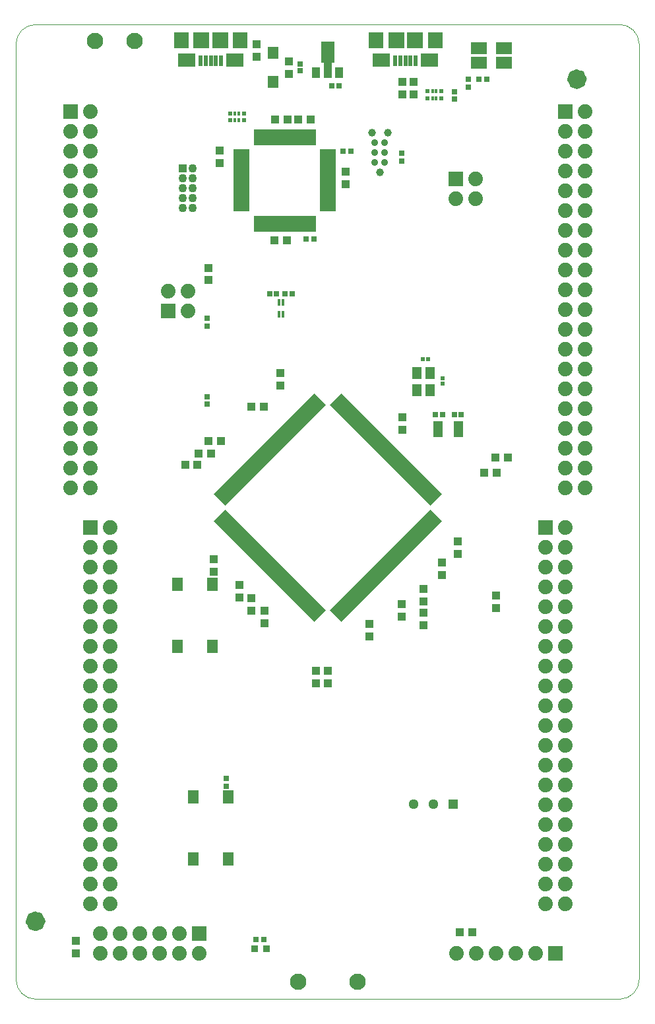
<source format=gts>
G04*
G04 #@! TF.GenerationSoftware,Altium Limited,Altium Designer,20.0.9 (164)*
G04*
G04 Layer_Color=8388736*
%FSLAX24Y24*%
%MOIN*%
G70*
G01*
G75*
%ADD15C,0.0039*%
%ADD48C,0.0500*%
G04:AMPARAMS|DCode=49|XSize=82.7mil|YSize=716.5mil|CornerRadius=0mil|HoleSize=0mil|Usage=FLASHONLY|Rotation=135.000|XOffset=0mil|YOffset=0mil|HoleType=Round|Shape=Rectangle|*
%AMROTATEDRECTD49*
4,1,4,0.2826,0.2241,-0.2241,-0.2826,-0.2826,-0.2241,0.2241,0.2826,0.2826,0.2241,0.0*
%
%ADD49ROTATEDRECTD49*%

G04:AMPARAMS|DCode=50|XSize=82.7mil|YSize=716.5mil|CornerRadius=0mil|HoleSize=0mil|Usage=FLASHONLY|Rotation=45.000|XOffset=0mil|YOffset=0mil|HoleType=Round|Shape=Rectangle|*
%AMROTATEDRECTD50*
4,1,4,0.2241,-0.2826,-0.2826,0.2241,-0.2241,0.2826,0.2826,-0.2241,0.2241,-0.2826,0.0*
%
%ADD50ROTATEDRECTD50*%

%ADD51R,0.0827X0.3150*%
%ADD52R,0.3150X0.0827*%
%ADD53R,0.0512X0.0591*%
%ADD54C,0.0350*%
%ADD55R,0.0552X0.0650*%
%ADD56R,0.0394X0.0552*%
%ADD57R,0.0709X0.1103*%
%ADD58R,0.0394X0.0788*%
%ADD59R,0.0138X0.0237*%
%ADD60R,0.0247X0.0237*%
%ADD61R,0.0434X0.0394*%
%ADD62R,0.0296X0.0257*%
G04:AMPARAMS|DCode=63|XSize=15.8mil|YSize=74.9mil|CornerRadius=5mil|HoleSize=0mil|Usage=FLASHONLY|Rotation=315.000|XOffset=0mil|YOffset=0mil|HoleType=Round|Shape=RoundedRectangle|*
%AMROUNDEDRECTD63*
21,1,0.0158,0.0650,0,0,315.0*
21,1,0.0059,0.0749,0,0,315.0*
1,1,0.0099,-0.0209,-0.0251*
1,1,0.0099,-0.0251,-0.0209*
1,1,0.0099,0.0209,0.0251*
1,1,0.0099,0.0251,0.0209*
%
%ADD63ROUNDEDRECTD63*%
G04:AMPARAMS|DCode=64|XSize=15.8mil|YSize=74.9mil|CornerRadius=5mil|HoleSize=0mil|Usage=FLASHONLY|Rotation=225.000|XOffset=0mil|YOffset=0mil|HoleType=Round|Shape=RoundedRectangle|*
%AMROUNDEDRECTD64*
21,1,0.0158,0.0650,0,0,225.0*
21,1,0.0059,0.0749,0,0,225.0*
1,1,0.0099,-0.0251,0.0209*
1,1,0.0099,-0.0209,0.0251*
1,1,0.0099,0.0251,-0.0209*
1,1,0.0099,0.0209,-0.0251*
%
%ADD64ROUNDEDRECTD64*%
%ADD65O,0.0158X0.0749*%
%ADD66O,0.0749X0.0158*%
%ADD67R,0.0552X0.0631*%
%ADD68R,0.0788X0.0631*%
%ADD69R,0.0355X0.0355*%
%ADD70R,0.0158X0.0355*%
%ADD71R,0.0749X0.0788*%
%ADD72R,0.0788X0.0788*%
%ADD73R,0.0867X0.0670*%
%ADD74R,0.0197X0.0572*%
%ADD75R,0.0394X0.0434*%
%ADD76R,0.0284X0.0284*%
%ADD77R,0.0205X0.0221*%
%ADD78R,0.0512X0.0827*%
%ADD79R,0.0257X0.0296*%
%ADD80R,0.0284X0.0284*%
%ADD81R,0.0221X0.0205*%
%ADD82C,0.0827*%
%ADD83C,0.0386*%
%ADD84R,0.0740X0.0740*%
%ADD85C,0.0740*%
%ADD86R,0.0740X0.0740*%
%ADD87C,0.0434*%
%ADD88R,0.0434X0.0434*%
%ADD89C,0.0512*%
%ADD90R,0.0512X0.0512*%
D15*
X994Y49213D02*
G03*
X-0Y48213I6J-1000D01*
G01*
X31496Y48218D02*
G03*
X30496Y49213I-1000J-6D01*
G01*
X0Y994D02*
G03*
X1000Y-0I1000J6D01*
G01*
X30502Y0D02*
G03*
X31496Y1000I-6J1000D01*
G01*
X31496D02*
Y48218D01*
X994Y49213D02*
X30496D01*
X0Y994D02*
Y48213D01*
X1004Y0D02*
X30502D01*
D48*
X1234Y3937D02*
G03*
X1234Y3937I-250J0D01*
G01*
X28596Y46457D02*
G03*
X28596Y46457I-250J0D01*
G01*
D49*
X18685Y21866D02*
D03*
X12811Y27740D02*
D03*
D50*
X12811Y21866D02*
D03*
X18685Y27740D02*
D03*
D51*
X11398Y41339D02*
D03*
X15768Y41339D02*
D03*
D52*
X13583Y43524D02*
D03*
Y39154D02*
D03*
D53*
X20256Y31614D02*
D03*
Y30748D02*
D03*
X20925D02*
D03*
Y31614D02*
D03*
D54*
X18636Y42756D02*
D03*
Y42256D02*
D03*
X18136Y43256D02*
D03*
X18636D02*
D03*
X18136Y42756D02*
D03*
Y42256D02*
D03*
D55*
X8957Y7096D02*
D03*
Y10226D02*
D03*
X10728Y7096D02*
D03*
Y10226D02*
D03*
X9941Y20935D02*
D03*
Y17805D02*
D03*
X8169Y20935D02*
D03*
Y17805D02*
D03*
D56*
X16339Y46791D02*
D03*
X15157D02*
D03*
D57*
X15748Y47815D02*
D03*
D58*
Y46909D02*
D03*
D59*
X21043Y45846D02*
D03*
X21240D02*
D03*
X21043Y45492D02*
D03*
X21240D02*
D03*
X11265Y44370D02*
D03*
X11068D02*
D03*
X11265Y44724D02*
D03*
X11068D02*
D03*
D60*
X21491Y45492D02*
D03*
X20792D02*
D03*
Y45846D02*
D03*
X21491D02*
D03*
X11516Y44370D02*
D03*
X10817D02*
D03*
X11516Y44724D02*
D03*
X10817D02*
D03*
D61*
X15157Y15945D02*
D03*
Y16575D02*
D03*
X20108Y46324D02*
D03*
Y45694D02*
D03*
X19518Y46324D02*
D03*
Y45694D02*
D03*
X15748Y15945D02*
D03*
Y16575D02*
D03*
X12165Y47598D02*
D03*
Y48228D02*
D03*
X16654Y41142D02*
D03*
Y41772D02*
D03*
X10276Y42205D02*
D03*
Y42835D02*
D03*
X9724Y36299D02*
D03*
Y36929D02*
D03*
X20591Y19528D02*
D03*
Y18898D02*
D03*
X21535Y22047D02*
D03*
Y21417D02*
D03*
X3031Y2323D02*
D03*
Y2953D02*
D03*
X19528Y28740D02*
D03*
Y29370D02*
D03*
X13346Y31614D02*
D03*
Y30984D02*
D03*
X22323Y22480D02*
D03*
Y23110D02*
D03*
X20591Y20709D02*
D03*
Y20079D02*
D03*
X19488Y19961D02*
D03*
Y19331D02*
D03*
X11299Y20906D02*
D03*
Y20276D02*
D03*
X13780Y46732D02*
D03*
Y47362D02*
D03*
X24252Y20394D02*
D03*
Y19764D02*
D03*
X12559Y19606D02*
D03*
Y18976D02*
D03*
X11890Y20236D02*
D03*
Y19606D02*
D03*
X10000Y22205D02*
D03*
Y21575D02*
D03*
X17874Y18307D02*
D03*
Y18937D02*
D03*
D62*
X22874Y46457D02*
D03*
Y46063D02*
D03*
X19488Y42717D02*
D03*
Y42323D02*
D03*
X9646Y33976D02*
D03*
Y34370D02*
D03*
X10630Y11142D02*
D03*
Y10748D02*
D03*
D63*
X21121Y25304D02*
D03*
X20982Y25443D02*
D03*
X20843Y25583D02*
D03*
X20703Y25722D02*
D03*
X20564Y25861D02*
D03*
X20425Y26000D02*
D03*
X20286Y26139D02*
D03*
X20147Y26279D02*
D03*
X20007Y26418D02*
D03*
X19868Y26557D02*
D03*
X19729Y26696D02*
D03*
X19590Y26835D02*
D03*
X19451Y26975D02*
D03*
X19311Y27114D02*
D03*
X19172Y27253D02*
D03*
X19033Y27392D02*
D03*
X18894Y27531D02*
D03*
X18755Y27671D02*
D03*
X18615Y27810D02*
D03*
X18476Y27949D02*
D03*
X18337Y28088D02*
D03*
X18198Y28227D02*
D03*
X18059Y28367D02*
D03*
X17919Y28506D02*
D03*
X17780Y28645D02*
D03*
X17641Y28784D02*
D03*
X17502Y28923D02*
D03*
X17363Y29062D02*
D03*
X17223Y29202D02*
D03*
X17084Y29341D02*
D03*
X16945Y29480D02*
D03*
X16806Y29619D02*
D03*
X16667Y29758D02*
D03*
X16528Y29898D02*
D03*
X16388Y30037D02*
D03*
X16249Y30176D02*
D03*
X10375Y24302D02*
D03*
X10514Y24163D02*
D03*
X10654Y24024D02*
D03*
X10793Y23884D02*
D03*
X10932Y23745D02*
D03*
X11071Y23606D02*
D03*
X11210Y23467D02*
D03*
X11349Y23328D02*
D03*
X11489Y23188D02*
D03*
X11628Y23049D02*
D03*
X11767Y22910D02*
D03*
X11906Y22771D02*
D03*
X12045Y22632D02*
D03*
X12185Y22493D02*
D03*
X12324Y22353D02*
D03*
X12463Y22214D02*
D03*
X12602Y22075D02*
D03*
X12741Y21936D02*
D03*
X12881Y21797D02*
D03*
X13020Y21657D02*
D03*
X13159Y21518D02*
D03*
X13298Y21379D02*
D03*
X13437Y21240D02*
D03*
X13577Y21101D02*
D03*
X13716Y20961D02*
D03*
X13855Y20822D02*
D03*
X13994Y20683D02*
D03*
X14133Y20544D02*
D03*
X14273Y20405D02*
D03*
X14412Y20265D02*
D03*
X14551Y20126D02*
D03*
X14690Y19987D02*
D03*
X14829Y19848D02*
D03*
X14969Y19709D02*
D03*
X15108Y19569D02*
D03*
X15247Y19430D02*
D03*
D64*
Y30176D02*
D03*
X15108Y30037D02*
D03*
X14969Y29898D02*
D03*
X14829Y29758D02*
D03*
X14690Y29619D02*
D03*
X14551Y29480D02*
D03*
X14412Y29341D02*
D03*
X14273Y29202D02*
D03*
X14133Y29062D02*
D03*
X13994Y28923D02*
D03*
X13855Y28784D02*
D03*
X13716Y28645D02*
D03*
X13577Y28506D02*
D03*
X13437Y28367D02*
D03*
X13298Y28227D02*
D03*
X13159Y28088D02*
D03*
X13020Y27949D02*
D03*
X12881Y27810D02*
D03*
X12741Y27671D02*
D03*
X12602Y27531D02*
D03*
X12463Y27392D02*
D03*
X12324Y27253D02*
D03*
X12185Y27114D02*
D03*
X12045Y26975D02*
D03*
X11906Y26835D02*
D03*
X11767Y26696D02*
D03*
X11628Y26557D02*
D03*
X11489Y26418D02*
D03*
X11349Y26279D02*
D03*
X11210Y26139D02*
D03*
X11071Y26000D02*
D03*
X10932Y25861D02*
D03*
X10793Y25722D02*
D03*
X10654Y25583D02*
D03*
X10514Y25443D02*
D03*
X10375Y25304D02*
D03*
X16249Y19430D02*
D03*
X16388Y19569D02*
D03*
X16528Y19709D02*
D03*
X16667Y19848D02*
D03*
X16806Y19987D02*
D03*
X16945Y20126D02*
D03*
X17084Y20265D02*
D03*
X17223Y20405D02*
D03*
X17363Y20544D02*
D03*
X17502Y20683D02*
D03*
X17641Y20822D02*
D03*
X17780Y20961D02*
D03*
X17919Y21101D02*
D03*
X18059Y21240D02*
D03*
X18198Y21379D02*
D03*
X18337Y21518D02*
D03*
X18476Y21657D02*
D03*
X18615Y21797D02*
D03*
X18755Y21936D02*
D03*
X18894Y22075D02*
D03*
X19033Y22214D02*
D03*
X19172Y22353D02*
D03*
X19311Y22493D02*
D03*
X19451Y22632D02*
D03*
X19590Y22771D02*
D03*
X19729Y22910D02*
D03*
X19868Y23049D02*
D03*
X20007Y23188D02*
D03*
X20147Y23328D02*
D03*
X20286Y23467D02*
D03*
X20425Y23606D02*
D03*
X20564Y23745D02*
D03*
X20703Y23884D02*
D03*
X20843Y24024D02*
D03*
X20982Y24163D02*
D03*
X21121Y24302D02*
D03*
D65*
X15059Y43524D02*
D03*
X14862D02*
D03*
X14665D02*
D03*
X14468D02*
D03*
X14272D02*
D03*
X14075D02*
D03*
X13878D02*
D03*
X13681D02*
D03*
X13484D02*
D03*
X13287D02*
D03*
X13091D02*
D03*
X12894D02*
D03*
X12697D02*
D03*
X12500D02*
D03*
X12303D02*
D03*
X12106D02*
D03*
Y39154D02*
D03*
X12303D02*
D03*
X12500D02*
D03*
X12697D02*
D03*
X12894D02*
D03*
X13091D02*
D03*
X13287D02*
D03*
X13484D02*
D03*
X13681D02*
D03*
X13878D02*
D03*
X14075D02*
D03*
X14272D02*
D03*
X14468D02*
D03*
X14665D02*
D03*
X14862D02*
D03*
X15059D02*
D03*
D66*
X11398Y42815D02*
D03*
Y42618D02*
D03*
Y42421D02*
D03*
Y42224D02*
D03*
Y42028D02*
D03*
Y41831D02*
D03*
Y41634D02*
D03*
Y41437D02*
D03*
Y41240D02*
D03*
Y41043D02*
D03*
Y40846D02*
D03*
Y40650D02*
D03*
Y40453D02*
D03*
Y40256D02*
D03*
Y40059D02*
D03*
Y39862D02*
D03*
X15768D02*
D03*
Y40059D02*
D03*
Y40256D02*
D03*
Y40453D02*
D03*
Y40650D02*
D03*
Y40846D02*
D03*
Y41043D02*
D03*
Y41240D02*
D03*
Y41437D02*
D03*
Y41634D02*
D03*
Y41831D02*
D03*
Y42028D02*
D03*
Y42224D02*
D03*
Y42421D02*
D03*
Y42618D02*
D03*
Y42815D02*
D03*
D67*
X12992Y47795D02*
D03*
Y46299D02*
D03*
D68*
X24646Y47274D02*
D03*
Y48002D02*
D03*
X23386D02*
D03*
Y47274D02*
D03*
D69*
X12657Y2539D02*
D03*
X12067D02*
D03*
D70*
X13278Y34587D02*
D03*
X13494D02*
D03*
X13278Y35177D02*
D03*
X13494D02*
D03*
D71*
X8346Y48425D02*
D03*
X11339D02*
D03*
X21181D02*
D03*
X18189D02*
D03*
D72*
X9370D02*
D03*
X10315D02*
D03*
X20157D02*
D03*
X19213D02*
D03*
D73*
X8622Y47421D02*
D03*
X11063D02*
D03*
X20906D02*
D03*
X18465D02*
D03*
D74*
X9331Y47372D02*
D03*
X9587D02*
D03*
X9843D02*
D03*
X10098D02*
D03*
X10354D02*
D03*
X20197D02*
D03*
X19941D02*
D03*
X19685D02*
D03*
X19429D02*
D03*
X19173D02*
D03*
D75*
X8543Y26969D02*
D03*
X9173D02*
D03*
X13091Y44409D02*
D03*
X13720D02*
D03*
X13071Y38307D02*
D03*
X13701D02*
D03*
X9213Y27559D02*
D03*
X9843D02*
D03*
X9724Y28189D02*
D03*
X10354D02*
D03*
X14902Y44409D02*
D03*
X14272D02*
D03*
X22433Y3372D02*
D03*
X23063D02*
D03*
X24843Y27362D02*
D03*
X24213D02*
D03*
X12520Y29921D02*
D03*
X11890D02*
D03*
X24291Y26575D02*
D03*
X23661D02*
D03*
D76*
X13957Y35630D02*
D03*
X13602D02*
D03*
X21201Y29528D02*
D03*
X21555D02*
D03*
X22500Y29528D02*
D03*
X22146D02*
D03*
X16319Y46102D02*
D03*
X15965D02*
D03*
X12815Y35630D02*
D03*
X13169D02*
D03*
D77*
X21575Y31091D02*
D03*
Y31350D02*
D03*
D78*
X22362Y28780D02*
D03*
X21339D02*
D03*
D79*
X16535Y42815D02*
D03*
X16929D02*
D03*
X15059Y38386D02*
D03*
X14665D02*
D03*
X12520Y3031D02*
D03*
X12126D02*
D03*
X23386Y46457D02*
D03*
X23780D02*
D03*
D80*
X22165Y45453D02*
D03*
Y45807D02*
D03*
X9646Y30059D02*
D03*
Y30413D02*
D03*
X14370Y46870D02*
D03*
Y47224D02*
D03*
D81*
X20559Y32303D02*
D03*
X20819D02*
D03*
D82*
X14248Y872D02*
D03*
X3998Y48372D02*
D03*
X5998D02*
D03*
X17248Y872D02*
D03*
D83*
X18786Y43756D02*
D03*
X17986D02*
D03*
X18386Y41756D02*
D03*
D84*
X27248Y2303D02*
D03*
X9248Y3303D02*
D03*
X7689Y34736D02*
D03*
D85*
X26248Y2303D02*
D03*
X25248D02*
D03*
X24248D02*
D03*
X23248D02*
D03*
X22248D02*
D03*
X8248Y3303D02*
D03*
X7248D02*
D03*
X6248D02*
D03*
X5248D02*
D03*
X4248D02*
D03*
X9248Y2303D02*
D03*
X8248D02*
D03*
X7248D02*
D03*
X6248D02*
D03*
X5248D02*
D03*
X4248D02*
D03*
X2748Y43803D02*
D03*
Y42803D02*
D03*
Y41803D02*
D03*
Y40803D02*
D03*
Y39803D02*
D03*
Y38803D02*
D03*
Y37803D02*
D03*
Y36803D02*
D03*
Y35803D02*
D03*
Y34803D02*
D03*
Y33803D02*
D03*
Y32803D02*
D03*
Y31803D02*
D03*
Y30803D02*
D03*
Y29803D02*
D03*
Y28803D02*
D03*
Y27803D02*
D03*
Y26803D02*
D03*
Y25803D02*
D03*
X3748Y44803D02*
D03*
Y43803D02*
D03*
Y42803D02*
D03*
Y41803D02*
D03*
Y40803D02*
D03*
Y39803D02*
D03*
Y38803D02*
D03*
Y37803D02*
D03*
Y36803D02*
D03*
Y35803D02*
D03*
Y34803D02*
D03*
Y33803D02*
D03*
Y32803D02*
D03*
Y31803D02*
D03*
Y30803D02*
D03*
Y29803D02*
D03*
Y28803D02*
D03*
Y27803D02*
D03*
Y26803D02*
D03*
Y25803D02*
D03*
X8689Y34736D02*
D03*
X7689Y35736D02*
D03*
X8689D02*
D03*
X23217Y40406D02*
D03*
Y41406D02*
D03*
X22217Y40406D02*
D03*
X26748Y22803D02*
D03*
Y21803D02*
D03*
Y20803D02*
D03*
Y19803D02*
D03*
Y18803D02*
D03*
Y17803D02*
D03*
Y16803D02*
D03*
Y15803D02*
D03*
Y14803D02*
D03*
Y13803D02*
D03*
Y12803D02*
D03*
Y11803D02*
D03*
Y10803D02*
D03*
Y9803D02*
D03*
Y8803D02*
D03*
Y7803D02*
D03*
Y6803D02*
D03*
Y5803D02*
D03*
Y4803D02*
D03*
X27748Y23803D02*
D03*
Y22803D02*
D03*
Y21803D02*
D03*
Y20803D02*
D03*
Y19803D02*
D03*
Y18803D02*
D03*
Y17803D02*
D03*
Y16803D02*
D03*
Y15803D02*
D03*
Y14803D02*
D03*
Y13803D02*
D03*
Y12803D02*
D03*
Y11803D02*
D03*
Y10803D02*
D03*
Y9803D02*
D03*
Y8803D02*
D03*
Y7803D02*
D03*
Y6803D02*
D03*
Y5803D02*
D03*
Y4803D02*
D03*
X3748Y22803D02*
D03*
Y21803D02*
D03*
Y20803D02*
D03*
Y19803D02*
D03*
Y18803D02*
D03*
Y17803D02*
D03*
Y16803D02*
D03*
Y15803D02*
D03*
Y14803D02*
D03*
Y13803D02*
D03*
Y12803D02*
D03*
Y11803D02*
D03*
Y10803D02*
D03*
Y9803D02*
D03*
Y8803D02*
D03*
Y7803D02*
D03*
Y6803D02*
D03*
Y5803D02*
D03*
Y4803D02*
D03*
X4748Y23803D02*
D03*
Y22803D02*
D03*
Y21803D02*
D03*
Y20803D02*
D03*
Y19803D02*
D03*
Y18803D02*
D03*
Y17803D02*
D03*
Y16803D02*
D03*
Y15803D02*
D03*
Y14803D02*
D03*
Y13803D02*
D03*
Y12803D02*
D03*
Y11803D02*
D03*
Y10803D02*
D03*
Y9803D02*
D03*
Y8803D02*
D03*
Y7803D02*
D03*
Y6803D02*
D03*
Y5803D02*
D03*
Y4803D02*
D03*
X27748Y43803D02*
D03*
Y42803D02*
D03*
Y41803D02*
D03*
Y40803D02*
D03*
Y39803D02*
D03*
Y38803D02*
D03*
Y37803D02*
D03*
Y36803D02*
D03*
Y35803D02*
D03*
Y34803D02*
D03*
Y33803D02*
D03*
Y32803D02*
D03*
Y31803D02*
D03*
Y30803D02*
D03*
Y29803D02*
D03*
Y28803D02*
D03*
Y27803D02*
D03*
Y26803D02*
D03*
Y25803D02*
D03*
X28748Y44803D02*
D03*
Y43803D02*
D03*
Y42803D02*
D03*
Y41803D02*
D03*
Y40803D02*
D03*
Y39803D02*
D03*
Y38803D02*
D03*
Y37803D02*
D03*
Y36803D02*
D03*
Y35803D02*
D03*
Y34803D02*
D03*
Y33803D02*
D03*
Y32803D02*
D03*
Y31803D02*
D03*
Y30803D02*
D03*
Y29803D02*
D03*
Y28803D02*
D03*
Y27803D02*
D03*
Y26803D02*
D03*
Y25803D02*
D03*
D86*
X2748Y44803D02*
D03*
X22217Y41406D02*
D03*
X26748Y23803D02*
D03*
X3748D02*
D03*
X27748Y44803D02*
D03*
D87*
X8911Y39945D02*
D03*
X8411D02*
D03*
X8911Y40445D02*
D03*
X8411D02*
D03*
X8911Y40945D02*
D03*
X8411D02*
D03*
X8911Y41445D02*
D03*
X8411D02*
D03*
X8911Y41945D02*
D03*
D88*
X8411D02*
D03*
D89*
X20079Y9843D02*
D03*
X21079D02*
D03*
D90*
X22079D02*
D03*
M02*

</source>
